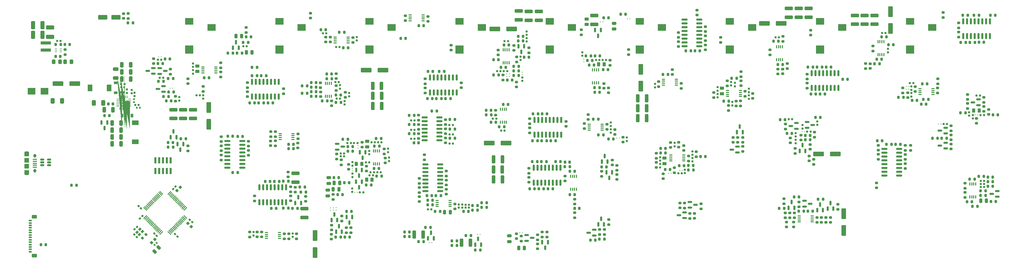
<source format=gtp>
G04 #@! TF.GenerationSoftware,KiCad,Pcbnew,(6.0.10)*
G04 #@! TF.CreationDate,2024-12-09T21:13:33+01:00*
G04 #@! TF.ProjectId,3_12_2024_MainBoardMCUwInstruments,335f3132-5f32-4303-9234-5f4d61696e42,rev?*
G04 #@! TF.SameCoordinates,Original*
G04 #@! TF.FileFunction,Paste,Top*
G04 #@! TF.FilePolarity,Positive*
%FSLAX46Y46*%
G04 Gerber Fmt 4.6, Leading zero omitted, Abs format (unit mm)*
G04 Created by KiCad (PCBNEW (6.0.10)) date 2024-12-09 21:13:33*
%MOMM*%
%LPD*%
G01*
G04 APERTURE LIST*
G04 Aperture macros list*
%AMRoundRect*
0 Rectangle with rounded corners*
0 $1 Rounding radius*
0 $2 $3 $4 $5 $6 $7 $8 $9 X,Y pos of 4 corners*
0 Add a 4 corners polygon primitive as box body*
4,1,4,$2,$3,$4,$5,$6,$7,$8,$9,$2,$3,0*
0 Add four circle primitives for the rounded corners*
1,1,$1+$1,$2,$3*
1,1,$1+$1,$4,$5*
1,1,$1+$1,$6,$7*
1,1,$1+$1,$8,$9*
0 Add four rect primitives between the rounded corners*
20,1,$1+$1,$2,$3,$4,$5,0*
20,1,$1+$1,$4,$5,$6,$7,0*
20,1,$1+$1,$6,$7,$8,$9,0*
20,1,$1+$1,$8,$9,$2,$3,0*%
%AMRotRect*
0 Rectangle, with rotation*
0 The origin of the aperture is its center*
0 $1 length*
0 $2 width*
0 $3 Rotation angle, in degrees counterclockwise*
0 Add horizontal line*
21,1,$1,$2,0,0,$3*%
%AMFreePoly0*
4,1,57,0.194009,0.449029,0.214144,0.449029,0.231583,0.438961,0.251037,0.433748,0.265277,0.419508,0.282717,0.409439,0.409439,0.282717,0.419508,0.265277,0.433748,0.251037,0.438960,0.231585,0.449030,0.214144,0.449030,0.194005,0.454242,0.174554,0.454242,-0.174554,0.449030,-0.194005,0.449030,-0.214144,0.438960,-0.231585,0.433748,-0.251037,0.419508,-0.265277,0.409439,-0.282717,
0.282717,-0.409439,0.265277,-0.419508,0.251037,-0.433748,0.231583,-0.438961,0.214144,-0.449029,0.194009,-0.449029,0.174554,-0.454242,-0.174554,-0.454242,-0.194005,-0.449030,-0.214144,-0.449030,-0.231585,-0.438960,-0.251037,-0.433748,-0.265277,-0.419508,-0.282717,-0.409439,-0.409439,-0.282717,-0.419508,-0.265277,-0.433748,-0.251037,-0.438961,-0.231583,-0.449029,-0.214144,-0.449029,-0.194009,
-0.454242,-0.174554,-0.454242,0.174554,-0.449029,0.194009,-0.449029,0.214144,-0.438961,0.231583,-0.433748,0.251037,-0.419508,0.265277,-0.409439,0.282717,-0.282717,0.409439,-0.265277,0.419508,-0.251037,0.433748,-0.231585,0.438960,-0.214144,0.449030,-0.194005,0.449030,-0.174554,0.454242,0.174554,0.454242,0.194009,0.449029,0.194009,0.449029,$1*%
G04 Aperture macros list end*
%ADD10RoundRect,0.250000X-0.325000X-1.100000X0.325000X-1.100000X0.325000X1.100000X-0.325000X1.100000X0*%
%ADD11R,0.250000X0.360000*%
%ADD12RoundRect,0.250000X-0.262500X-0.450000X0.262500X-0.450000X0.262500X0.450000X-0.262500X0.450000X0*%
%ADD13RoundRect,0.200000X-0.275000X0.200000X-0.275000X-0.200000X0.275000X-0.200000X0.275000X0.200000X0*%
%ADD14RoundRect,0.250000X-0.325000X-0.650000X0.325000X-0.650000X0.325000X0.650000X-0.325000X0.650000X0*%
%ADD15R,0.360000X0.250000*%
%ADD16RoundRect,0.135000X-0.135000X-0.185000X0.135000X-0.185000X0.135000X0.185000X-0.135000X0.185000X0*%
%ADD17RoundRect,0.225000X-0.250000X0.225000X-0.250000X-0.225000X0.250000X-0.225000X0.250000X0.225000X0*%
%ADD18RoundRect,0.200000X0.275000X-0.200000X0.275000X0.200000X-0.275000X0.200000X-0.275000X-0.200000X0*%
%ADD19RoundRect,0.250000X-0.250000X-0.475000X0.250000X-0.475000X0.250000X0.475000X-0.250000X0.475000X0*%
%ADD20RoundRect,0.200000X-0.200000X-0.275000X0.200000X-0.275000X0.200000X0.275000X-0.200000X0.275000X0*%
%ADD21RoundRect,0.225000X-0.225000X-0.250000X0.225000X-0.250000X0.225000X0.250000X-0.225000X0.250000X0*%
%ADD22RoundRect,0.155000X0.212500X0.155000X-0.212500X0.155000X-0.212500X-0.155000X0.212500X-0.155000X0*%
%ADD23RoundRect,0.155000X0.155000X-0.212500X0.155000X0.212500X-0.155000X0.212500X-0.155000X-0.212500X0*%
%ADD24RoundRect,0.250000X1.100000X-0.325000X1.100000X0.325000X-1.100000X0.325000X-1.100000X-0.325000X0*%
%ADD25RoundRect,0.150000X0.587500X0.150000X-0.587500X0.150000X-0.587500X-0.150000X0.587500X-0.150000X0*%
%ADD26RoundRect,0.155000X-0.155000X0.212500X-0.155000X-0.212500X0.155000X-0.212500X0.155000X0.212500X0*%
%ADD27RoundRect,0.155000X-0.212500X-0.155000X0.212500X-0.155000X0.212500X0.155000X-0.212500X0.155000X0*%
%ADD28RoundRect,0.200000X0.200000X0.275000X-0.200000X0.275000X-0.200000X-0.275000X0.200000X-0.275000X0*%
%ADD29RoundRect,0.225000X0.250000X-0.225000X0.250000X0.225000X-0.250000X0.225000X-0.250000X-0.225000X0*%
%ADD30RoundRect,0.250000X1.100000X-0.412500X1.100000X0.412500X-1.100000X0.412500X-1.100000X-0.412500X0*%
%ADD31RoundRect,0.150000X-0.825000X-0.150000X0.825000X-0.150000X0.825000X0.150000X-0.825000X0.150000X0*%
%ADD32RoundRect,0.150000X0.825000X0.150000X-0.825000X0.150000X-0.825000X-0.150000X0.825000X-0.150000X0*%
%ADD33R,2.800000X2.200000*%
%ADD34R,2.800000X2.800000*%
%ADD35R,1.100000X0.400000*%
%ADD36RoundRect,0.250000X-0.550000X1.500000X-0.550000X-1.500000X0.550000X-1.500000X0.550000X1.500000X0*%
%ADD37RoundRect,0.155000X0.259862X-0.040659X-0.040659X0.259862X-0.259862X0.040659X0.040659X-0.259862X0*%
%ADD38RoundRect,0.150000X-0.150000X0.587500X-0.150000X-0.587500X0.150000X-0.587500X0.150000X0.587500X0*%
%ADD39RoundRect,0.250000X-0.475000X0.250000X-0.475000X-0.250000X0.475000X-0.250000X0.475000X0.250000X0*%
%ADD40RoundRect,0.250000X0.262500X0.450000X-0.262500X0.450000X-0.262500X-0.450000X0.262500X-0.450000X0*%
%ADD41R,0.400000X1.100000*%
%ADD42RoundRect,0.125000X-0.425000X0.125000X-0.425000X-0.125000X0.425000X-0.125000X0.425000X0.125000X0*%
%ADD43RoundRect,0.250000X-0.600000X0.350000X-0.600000X-0.350000X0.600000X-0.350000X0.600000X0.350000X0*%
%ADD44RoundRect,0.250000X1.500000X0.550000X-1.500000X0.550000X-1.500000X-0.550000X1.500000X-0.550000X0*%
%ADD45RoundRect,0.250000X0.325000X0.650000X-0.325000X0.650000X-0.325000X-0.650000X0.325000X-0.650000X0*%
%ADD46RoundRect,0.150000X-0.587500X-0.150000X0.587500X-0.150000X0.587500X0.150000X-0.587500X0.150000X0*%
%ADD47RoundRect,0.150000X-0.150000X0.825000X-0.150000X-0.825000X0.150000X-0.825000X0.150000X0.825000X0*%
%ADD48RoundRect,0.250000X0.412500X1.100000X-0.412500X1.100000X-0.412500X-1.100000X0.412500X-1.100000X0*%
%ADD49RoundRect,0.150000X0.150000X-0.587500X0.150000X0.587500X-0.150000X0.587500X-0.150000X-0.587500X0*%
%ADD50RoundRect,0.250000X0.250000X0.475000X-0.250000X0.475000X-0.250000X-0.475000X0.250000X-0.475000X0*%
%ADD51RoundRect,0.225000X-0.017678X0.335876X-0.335876X0.017678X0.017678X-0.335876X0.335876X-0.017678X0*%
%ADD52RoundRect,0.250000X0.325000X1.100000X-0.325000X1.100000X-0.325000X-1.100000X0.325000X-1.100000X0*%
%ADD53RoundRect,0.250000X-0.337500X-0.475000X0.337500X-0.475000X0.337500X0.475000X-0.337500X0.475000X0*%
%ADD54RoundRect,0.250000X-1.100000X0.325000X-1.100000X-0.325000X1.100000X-0.325000X1.100000X0.325000X0*%
%ADD55R,1.200000X0.900000*%
%ADD56RoundRect,0.250000X-0.412500X-0.650000X0.412500X-0.650000X0.412500X0.650000X-0.412500X0.650000X0*%
%ADD57R,0.711200X0.228600*%
%ADD58RoundRect,0.150000X-0.512500X-0.150000X0.512500X-0.150000X0.512500X0.150000X-0.512500X0.150000X0*%
%ADD59R,1.500000X2.200000*%
%ADD60RoundRect,0.155000X-0.259862X0.040659X0.040659X-0.259862X0.259862X-0.040659X-0.040659X0.259862X0*%
%ADD61R,2.200000X1.500000*%
%ADD62RoundRect,0.135000X0.135000X0.185000X-0.135000X0.185000X-0.135000X-0.185000X0.135000X-0.185000X0*%
%ADD63R,3.400000X0.980000*%
%ADD64RoundRect,0.250000X0.475000X-0.250000X0.475000X0.250000X-0.475000X0.250000X-0.475000X-0.250000X0*%
%ADD65RoundRect,0.155000X-0.040659X-0.259862X0.259862X0.040659X0.040659X0.259862X-0.259862X-0.040659X0*%
%ADD66RoundRect,0.225000X0.225000X0.250000X-0.225000X0.250000X-0.225000X-0.250000X0.225000X-0.250000X0*%
%ADD67RoundRect,0.250000X0.550000X-1.500000X0.550000X1.500000X-0.550000X1.500000X-0.550000X-1.500000X0*%
%ADD68RoundRect,0.250000X-0.650000X0.325000X-0.650000X-0.325000X0.650000X-0.325000X0.650000X0.325000X0*%
%ADD69RoundRect,0.135000X-0.185000X0.135000X-0.185000X-0.135000X0.185000X-0.135000X0.185000X0.135000X0*%
%ADD70RoundRect,0.225000X-0.335876X-0.017678X-0.017678X-0.335876X0.335876X0.017678X0.017678X0.335876X0*%
%ADD71RoundRect,0.155000X0.040659X0.259862X-0.259862X-0.040659X-0.040659X-0.259862X0.259862X0.040659X0*%
%ADD72RoundRect,0.250000X-1.500000X-0.550000X1.500000X-0.550000X1.500000X0.550000X-1.500000X0.550000X0*%
%ADD73R,0.750000X2.100000*%
%ADD74RoundRect,0.250000X-0.450000X0.262500X-0.450000X-0.262500X0.450000X-0.262500X0.450000X0.262500X0*%
%ADD75RoundRect,0.150000X0.150000X-0.825000X0.150000X0.825000X-0.150000X0.825000X-0.150000X-0.825000X0*%
%ADD76R,0.900000X1.200000*%
%ADD77RoundRect,0.250000X0.450000X-0.262500X0.450000X0.262500X-0.450000X0.262500X-0.450000X-0.262500X0*%
%ADD78RoundRect,0.250000X-0.159099X0.512652X-0.512652X0.159099X0.159099X-0.512652X0.512652X-0.159099X0*%
%ADD79R,2.500000X2.300000*%
%ADD80RoundRect,0.250000X0.337500X0.475000X-0.337500X0.475000X-0.337500X-0.475000X0.337500X-0.475000X0*%
%ADD81RoundRect,0.200000X0.053033X-0.335876X0.335876X-0.053033X-0.053033X0.335876X-0.335876X0.053033X0*%
%ADD82O,0.950000X1.250000*%
%ADD83O,1.550000X0.890000*%
%ADD84R,1.350000X0.400000*%
%ADD85R,1.550000X1.500000*%
%ADD86R,1.550000X1.200000*%
%ADD87RoundRect,0.147500X0.017678X-0.226274X0.226274X-0.017678X-0.017678X0.226274X-0.226274X0.017678X0*%
%ADD88RoundRect,0.250000X1.250000X0.550000X-1.250000X0.550000X-1.250000X-0.550000X1.250000X-0.550000X0*%
%ADD89RoundRect,0.225000X0.017678X-0.335876X0.335876X-0.017678X-0.017678X0.335876X-0.335876X0.017678X0*%
%ADD90FreePoly0,0.000000*%
%ADD91RoundRect,0.062500X-0.325000X-0.062500X0.325000X-0.062500X0.325000X0.062500X-0.325000X0.062500X0*%
%ADD92RoundRect,0.062500X-0.062500X-0.325000X0.062500X-0.325000X0.062500X0.325000X-0.062500X0.325000X0*%
%ADD93RoundRect,0.075000X-0.441942X-0.548008X0.548008X0.441942X0.441942X0.548008X-0.548008X-0.441942X0*%
%ADD94RoundRect,0.075000X0.441942X-0.548008X0.548008X-0.441942X-0.441942X0.548008X-0.548008X0.441942X0*%
%ADD95RotRect,0.900000X0.800000X225.000000*%
G04 APERTURE END LIST*
D10*
X193450000Y-206775000D03*
X196400000Y-206775000D03*
D11*
X208520000Y-151365000D03*
X208520000Y-150525000D03*
D12*
X158451119Y-180511119D03*
X160276119Y-180511119D03*
D13*
X273200000Y-193812500D03*
X273200000Y-195462500D03*
D14*
X77150000Y-171500000D03*
X80100000Y-171500000D03*
D15*
X307682500Y-169730000D03*
X306842500Y-169730000D03*
D16*
X85322500Y-161800000D03*
X86342500Y-161800000D03*
D11*
X209490000Y-150492500D03*
X209490000Y-151332500D03*
D17*
X300415000Y-148887500D03*
X300415000Y-150437500D03*
D18*
X282356250Y-162712500D03*
X282356250Y-161062500D03*
D19*
X366349500Y-192770500D03*
X368249500Y-192770500D03*
D13*
X243644000Y-179206250D03*
X243644000Y-180856250D03*
D20*
X220065000Y-179766231D03*
X221715000Y-179766231D03*
D21*
X227895000Y-179885000D03*
X229445000Y-179885000D03*
D18*
X122935392Y-204857500D03*
X122935392Y-203207500D03*
D22*
X367482000Y-186180500D03*
X366347000Y-186180500D03*
D23*
X259577500Y-181662500D03*
X259577500Y-180527500D03*
D24*
X100775000Y-165375000D03*
X100775000Y-162425000D03*
D25*
X94222500Y-156460000D03*
X94222500Y-154560000D03*
X92347500Y-155510000D03*
D13*
X174790000Y-131105000D03*
X174790000Y-132755000D03*
D26*
X289136250Y-155470000D03*
X289136250Y-156605000D03*
D27*
X155456119Y-173531119D03*
X156591119Y-173531119D03*
D28*
X213985000Y-138002500D03*
X212335000Y-138002500D03*
D29*
X146520000Y-158068750D03*
X146520000Y-156518750D03*
D13*
X341229000Y-180374000D03*
X341229000Y-182024000D03*
D28*
X183925000Y-149700000D03*
X182275000Y-149700000D03*
D20*
X268985000Y-180990000D03*
X270635000Y-180990000D03*
X121712500Y-138150000D03*
X123362500Y-138150000D03*
D18*
X367400000Y-163002500D03*
X367400000Y-161352500D03*
D27*
X120795000Y-141275000D03*
X121930000Y-141275000D03*
D13*
X153443619Y-179186119D03*
X153443619Y-180836119D03*
D11*
X158973619Y-175261119D03*
X158973619Y-174421119D03*
D20*
X366269500Y-189460500D03*
X367919500Y-189460500D03*
D18*
X155873619Y-182296119D03*
X155873619Y-180646119D03*
D21*
X75875000Y-160550000D03*
X77425000Y-160550000D03*
D13*
X113250000Y-149867500D03*
X113250000Y-151517500D03*
D20*
X237905000Y-144500000D03*
X239555000Y-144500000D03*
D18*
X318750000Y-195625000D03*
X318750000Y-193975000D03*
X113439500Y-176137750D03*
X113439500Y-174487750D03*
D30*
X56500000Y-138162500D03*
X56500000Y-135037500D03*
D10*
X204100000Y-182350000D03*
X207050000Y-182350000D03*
D31*
X267715000Y-132377500D03*
X267715000Y-133647500D03*
X267715000Y-134917500D03*
X267715000Y-136187500D03*
X267715000Y-137457500D03*
X267715000Y-138727500D03*
X267715000Y-139997500D03*
X267715000Y-141267500D03*
X272665000Y-141267500D03*
X272665000Y-139997500D03*
X272665000Y-138727500D03*
X272665000Y-137457500D03*
X272665000Y-136187500D03*
X272665000Y-134917500D03*
X272665000Y-133647500D03*
X272665000Y-132377500D03*
D26*
X213110000Y-144735000D03*
X213110000Y-145870000D03*
D28*
X201819608Y-194997370D03*
X200169608Y-194997370D03*
D25*
X267685000Y-198567500D03*
X267685000Y-196667500D03*
X265810000Y-197617500D03*
D20*
X359615000Y-163520000D03*
X361265000Y-163520000D03*
X115614500Y-171312750D03*
X117264500Y-171312750D03*
D13*
X151700000Y-154408750D03*
X151700000Y-156058750D03*
X181375000Y-152175000D03*
X181375000Y-153825000D03*
D18*
X136567500Y-192800000D03*
X136567500Y-191150000D03*
D23*
X311875000Y-167482500D03*
X311875000Y-166347500D03*
D32*
X120454500Y-181772750D03*
X120454500Y-180502750D03*
X120454500Y-179232750D03*
X120454500Y-177962750D03*
X120454500Y-176692750D03*
X120454500Y-175422750D03*
X120454500Y-174152750D03*
X120454500Y-172882750D03*
X115504500Y-172882750D03*
X115504500Y-174152750D03*
X115504500Y-175422750D03*
X115504500Y-176692750D03*
X115504500Y-177962750D03*
X115504500Y-179232750D03*
X115504500Y-180502750D03*
X115504500Y-181772750D03*
D11*
X234190000Y-146470000D03*
X234190000Y-145630000D03*
D33*
X350200000Y-135000000D03*
X342800000Y-133000000D03*
D34*
X342800000Y-142400000D03*
D35*
X305915000Y-197875000D03*
X305915000Y-198525000D03*
X305915000Y-199175000D03*
X305915000Y-199825000D03*
X310215000Y-199825000D03*
X310215000Y-199175000D03*
X310215000Y-198525000D03*
X310215000Y-197875000D03*
D26*
X104050000Y-147050000D03*
X104050000Y-148185000D03*
D28*
X138832500Y-195275000D03*
X137182500Y-195275000D03*
D18*
X122489500Y-174587750D03*
X122489500Y-172937750D03*
D23*
X152960000Y-155411250D03*
X152960000Y-154276250D03*
D28*
X94215000Y-153015000D03*
X92565000Y-153015000D03*
X201819608Y-193472370D03*
X200169608Y-193472370D03*
D36*
X253135000Y-148965000D03*
X253135000Y-154565000D03*
D20*
X298770000Y-147407500D03*
X300420000Y-147407500D03*
D27*
X194777108Y-195062370D03*
X195912108Y-195062370D03*
D20*
X268155000Y-142802500D03*
X269805000Y-142802500D03*
D18*
X242463750Y-200727500D03*
X242463750Y-199077500D03*
D13*
X220337500Y-203225000D03*
X220337500Y-204875000D03*
D22*
X166541119Y-183281119D03*
X165406119Y-183281119D03*
D18*
X129925000Y-171430000D03*
X129925000Y-169780000D03*
D15*
X96457500Y-155260000D03*
X97297500Y-155260000D03*
D20*
X189600000Y-171913489D03*
X191250000Y-171913489D03*
D37*
X91951283Y-204476283D03*
X91148717Y-203673717D03*
D38*
X160283619Y-182533619D03*
X158383619Y-182533619D03*
X159333619Y-184408619D03*
D20*
X364072500Y-130972500D03*
X365722500Y-130972500D03*
D18*
X98231250Y-159610000D03*
X98231250Y-157960000D03*
D13*
X157321250Y-138400000D03*
X157321250Y-140050000D03*
D35*
X346100000Y-155435000D03*
X346100000Y-156085000D03*
X346100000Y-156735000D03*
X346100000Y-157385000D03*
X350400000Y-157385000D03*
X350400000Y-156735000D03*
X350400000Y-156085000D03*
X350400000Y-155435000D03*
D15*
X182730000Y-206775000D03*
X183570000Y-206775000D03*
D20*
X280766250Y-159617500D03*
X282416250Y-159617500D03*
D27*
X298002500Y-138370000D03*
X299137500Y-138370000D03*
D20*
X190275000Y-207650000D03*
X191925000Y-207650000D03*
D37*
X85316271Y-204874216D03*
X84513705Y-204071650D03*
D39*
X149233619Y-185088619D03*
X149233619Y-186988619D03*
D13*
X233320000Y-135825000D03*
X233320000Y-137475000D03*
X134200000Y-155475000D03*
X134200000Y-157125000D03*
D18*
X150175000Y-161138750D03*
X150175000Y-159488750D03*
X298805000Y-150550000D03*
X298805000Y-148900000D03*
D28*
X142052500Y-154485000D03*
X140402500Y-154485000D03*
D20*
X240775000Y-131850000D03*
X242425000Y-131850000D03*
D26*
X104050000Y-149275000D03*
X104050000Y-150410000D03*
D40*
X163676119Y-185781119D03*
X161851119Y-185781119D03*
D28*
X362022500Y-130972500D03*
X360372500Y-130972500D03*
D23*
X158571250Y-139392500D03*
X158571250Y-138257500D03*
D18*
X316350000Y-200000000D03*
X316350000Y-198350000D03*
D41*
X207305000Y-146772500D03*
X207955000Y-146772500D03*
X208605000Y-146772500D03*
X209255000Y-146772500D03*
X209255000Y-142472500D03*
X208605000Y-142472500D03*
X207955000Y-142472500D03*
X207305000Y-142472500D03*
D28*
X363392000Y-193098000D03*
X361742000Y-193098000D03*
D18*
X352000000Y-156860000D03*
X352000000Y-155210000D03*
D20*
X174475000Y-203150000D03*
X176125000Y-203150000D03*
D27*
X58832500Y-139500000D03*
X59967500Y-139500000D03*
D18*
X138985000Y-172135000D03*
X138985000Y-170485000D03*
D13*
X240134000Y-182976250D03*
X240134000Y-184626250D03*
D18*
X188125000Y-167413489D03*
X188125000Y-165763489D03*
D28*
X220845000Y-188766231D03*
X219195000Y-188766231D03*
D11*
X157143619Y-181971119D03*
X157143619Y-182811119D03*
D18*
X356419500Y-175504750D03*
X356419500Y-173854750D03*
D20*
X350294500Y-171929750D03*
X351944500Y-171929750D03*
D28*
X218685000Y-179776231D03*
X217035000Y-179776231D03*
D18*
X342025000Y-158435000D03*
X342025000Y-156785000D03*
D28*
X300900000Y-195325000D03*
X299250000Y-195325000D03*
D27*
X153226119Y-176991119D03*
X154361119Y-176991119D03*
D28*
X153295000Y-159993750D03*
X151645000Y-159993750D03*
D18*
X138485392Y-205457500D03*
X138485392Y-203807500D03*
X107400000Y-156367500D03*
X107400000Y-154717500D03*
D20*
X155598619Y-176301119D03*
X157248619Y-176301119D03*
D18*
X179125000Y-172038489D03*
X179125000Y-170388489D03*
D28*
X183819608Y-192622370D03*
X182169608Y-192622370D03*
X63000000Y-140700000D03*
X61350000Y-140700000D03*
D27*
X308562500Y-169730000D03*
X309697500Y-169730000D03*
D22*
X94107500Y-151765000D03*
X92972500Y-151765000D03*
D13*
X271577500Y-176465000D03*
X271577500Y-178115000D03*
D28*
X65255000Y-187590000D03*
X63605000Y-187590000D03*
X101670625Y-172087500D03*
X100020625Y-172087500D03*
D42*
X49862500Y-199387500D03*
X49862500Y-200187500D03*
X49862500Y-200987500D03*
X49862500Y-201787500D03*
X49862500Y-202587500D03*
X49862500Y-203387500D03*
X49862500Y-204187500D03*
X49862500Y-204987500D03*
X49862500Y-205787500D03*
X49862500Y-206587500D03*
X49862500Y-207387500D03*
X49862500Y-208187500D03*
X49862500Y-208987500D03*
X49862500Y-209787500D03*
D43*
X51262500Y-211087500D03*
X51262500Y-198087500D03*
D31*
X181399608Y-180682370D03*
X181399608Y-181952370D03*
X181399608Y-183222370D03*
X181399608Y-184492370D03*
X181399608Y-185762370D03*
X181399608Y-187032370D03*
X181399608Y-188302370D03*
X181399608Y-189572370D03*
X186349608Y-189572370D03*
X186349608Y-188302370D03*
X186349608Y-187032370D03*
X186349608Y-185762370D03*
X186349608Y-184492370D03*
X186349608Y-183222370D03*
X186349608Y-181952370D03*
X186349608Y-180682370D03*
D20*
X235345000Y-146040000D03*
X236995000Y-146040000D03*
D44*
X64725000Y-153775000D03*
X59125000Y-153775000D03*
D25*
X285366250Y-176667500D03*
X285366250Y-174767500D03*
X283491250Y-175717500D03*
D20*
X207565000Y-140872500D03*
X209215000Y-140872500D03*
D45*
X83275000Y-147500000D03*
X80325000Y-147500000D03*
D14*
X77150000Y-166900000D03*
X80100000Y-166900000D03*
D28*
X186750000Y-158700000D03*
X185100000Y-158700000D03*
D27*
X240442500Y-145840000D03*
X241577500Y-145840000D03*
D46*
X269500000Y-193187500D03*
X269500000Y-195087500D03*
X271375000Y-194137500D03*
D27*
X105207500Y-157625000D03*
X106342500Y-157625000D03*
X159626119Y-190021119D03*
X160761119Y-190021119D03*
D19*
X121837500Y-143325000D03*
X123737500Y-143325000D03*
D47*
X191820000Y-151725000D03*
X190550000Y-151725000D03*
X189280000Y-151725000D03*
X188010000Y-151725000D03*
X186740000Y-151725000D03*
X185470000Y-151725000D03*
X184200000Y-151725000D03*
X182930000Y-151725000D03*
X182930000Y-156675000D03*
X184200000Y-156675000D03*
X185470000Y-156675000D03*
X186740000Y-156675000D03*
X188010000Y-156675000D03*
X189280000Y-156675000D03*
X190550000Y-156675000D03*
X191820000Y-156675000D03*
X369377500Y-133002500D03*
X368107500Y-133002500D03*
X366837500Y-133002500D03*
X365567500Y-133002500D03*
X364297500Y-133002500D03*
X363027500Y-133002500D03*
X361757500Y-133002500D03*
X360487500Y-133002500D03*
X360487500Y-137952500D03*
X361757500Y-137952500D03*
X363027500Y-137952500D03*
X364297500Y-137952500D03*
X365567500Y-137952500D03*
X366837500Y-137952500D03*
X368107500Y-137952500D03*
X369377500Y-137952500D03*
D13*
X205670000Y-142557500D03*
X205670000Y-144207500D03*
D28*
X180875000Y-134470000D03*
X179225000Y-134470000D03*
D27*
X206662500Y-169440000D03*
X207797500Y-169440000D03*
D13*
X301625000Y-199875000D03*
X301625000Y-201525000D03*
D48*
X53962500Y-134250000D03*
X50837500Y-134250000D03*
D20*
X210835000Y-149502500D03*
X212485000Y-149502500D03*
D18*
X242400000Y-156795000D03*
X242400000Y-155145000D03*
D35*
X151385000Y-138235000D03*
X151385000Y-138885000D03*
X151385000Y-139535000D03*
X151385000Y-140185000D03*
X155685000Y-140185000D03*
X155685000Y-139535000D03*
X155685000Y-138885000D03*
X155685000Y-138235000D03*
D20*
X128092500Y-186300000D03*
X129742500Y-186300000D03*
D11*
X149830000Y-195112500D03*
X149830000Y-195952500D03*
D18*
X361097000Y-191643000D03*
X361097000Y-189993000D03*
D28*
X272825000Y-142802500D03*
X271175000Y-142802500D03*
D22*
X190567500Y-167513489D03*
X189432500Y-167513489D03*
D18*
X305825000Y-194850000D03*
X305825000Y-193200000D03*
D49*
X239013750Y-200650000D03*
X240913750Y-200650000D03*
X239963750Y-198775000D03*
D28*
X217795000Y-188776231D03*
X216145000Y-188776231D03*
D20*
X311832500Y-148222500D03*
X313482500Y-148222500D03*
D36*
X320700400Y-197098000D03*
X320700400Y-202698000D03*
D13*
X301955000Y-147057500D03*
X301955000Y-148707500D03*
D20*
X366274500Y-190980500D03*
X367924500Y-190980500D03*
D23*
X259577500Y-179432500D03*
X259577500Y-178297500D03*
D20*
X181924608Y-191102370D03*
X183574608Y-191102370D03*
D41*
X229795000Y-188960000D03*
X230445000Y-188960000D03*
X231095000Y-188960000D03*
X231745000Y-188960000D03*
X231745000Y-184660000D03*
X231095000Y-184660000D03*
X230445000Y-184660000D03*
X229795000Y-184660000D03*
D23*
X284446250Y-154645000D03*
X284446250Y-153510000D03*
D28*
X313850000Y-192275000D03*
X312200000Y-192275000D03*
X310425000Y-196275000D03*
X308775000Y-196275000D03*
D50*
X214412500Y-208550000D03*
X212512500Y-208550000D03*
D35*
X128555392Y-203347500D03*
X128555392Y-203997500D03*
X128555392Y-204647500D03*
X128555392Y-205297500D03*
X132855392Y-205297500D03*
X132855392Y-204647500D03*
X132855392Y-203997500D03*
X132855392Y-203347500D03*
D18*
X143150000Y-131925000D03*
X143150000Y-130275000D03*
D28*
X165978619Y-182031119D03*
X164328619Y-182031119D03*
D23*
X363700000Y-165370000D03*
X363700000Y-164235000D03*
D20*
X155177892Y-196362630D03*
X156827892Y-196362630D03*
D28*
X307400000Y-196275000D03*
X305750000Y-196275000D03*
D41*
X334055000Y-139755000D03*
X333405000Y-139755000D03*
X332755000Y-139755000D03*
X332105000Y-139755000D03*
X332105000Y-144055000D03*
X332755000Y-144055000D03*
X333405000Y-144055000D03*
X334055000Y-144055000D03*
D13*
X267707500Y-193542500D03*
X267707500Y-195192500D03*
D23*
X343275000Y-158052500D03*
X343275000Y-156917500D03*
D38*
X160263619Y-186453619D03*
X158363619Y-186453619D03*
X159313619Y-188328619D03*
D18*
X304075000Y-201525000D03*
X304075000Y-199875000D03*
D23*
X335450000Y-143317500D03*
X335450000Y-142182500D03*
D18*
X361925000Y-162027500D03*
X361925000Y-160377500D03*
D20*
X369535000Y-130970000D03*
X371185000Y-130970000D03*
D18*
X215860000Y-143467500D03*
X215860000Y-141817500D03*
D20*
X139972500Y-189865000D03*
X141622500Y-189865000D03*
X139632500Y-188235000D03*
X141282500Y-188235000D03*
D33*
X260200000Y-135000000D03*
X252800000Y-133000000D03*
D34*
X252800000Y-142400000D03*
D51*
X91373008Y-205651992D03*
X90276992Y-206748008D03*
D18*
X269037500Y-179535000D03*
X269037500Y-177885000D03*
D20*
X331715000Y-145640000D03*
X333365000Y-145640000D03*
D18*
X341229000Y-175994000D03*
X341229000Y-174344000D03*
D46*
X307677500Y-192800000D03*
X307677500Y-194700000D03*
X309552500Y-193750000D03*
D20*
X265935000Y-181130000D03*
X267585000Y-181130000D03*
D18*
X154780000Y-158288750D03*
X154780000Y-156638750D03*
D13*
X141557500Y-191300000D03*
X141557500Y-192950000D03*
D20*
X259752500Y-175350000D03*
X261402500Y-175350000D03*
D18*
X302775000Y-198475000D03*
X302775000Y-196825000D03*
D52*
X166850000Y-161225000D03*
X163900000Y-161225000D03*
D18*
X134455392Y-205437500D03*
X134455392Y-203787500D03*
D28*
X124550000Y-160150000D03*
X122900000Y-160150000D03*
D18*
X231140000Y-193880000D03*
X231140000Y-192230000D03*
X290416250Y-158662500D03*
X290416250Y-157012500D03*
X264340000Y-183425000D03*
X264340000Y-181775000D03*
D24*
X97525000Y-165375000D03*
X97525000Y-162425000D03*
D20*
X234875000Y-144500000D03*
X236525000Y-144500000D03*
D25*
X354632000Y-175354750D03*
X354632000Y-173454750D03*
X352757000Y-174404750D03*
D18*
X353780000Y-131705000D03*
X353780000Y-130055000D03*
D53*
X61500000Y-146450000D03*
X63575000Y-146450000D03*
D20*
X207345000Y-160690000D03*
X208995000Y-160690000D03*
D19*
X150723619Y-188968619D03*
X152623619Y-188968619D03*
D13*
X331675000Y-186850000D03*
X331675000Y-188500000D03*
D27*
X364932500Y-157752500D03*
X366067500Y-157752500D03*
D23*
X99481250Y-159402500D03*
X99481250Y-158267500D03*
X283186250Y-154375000D03*
X283186250Y-153240000D03*
D54*
X305750000Y-128700000D03*
X305750000Y-131650000D03*
D15*
X262380000Y-183600000D03*
X263220000Y-183600000D03*
D28*
X339636500Y-173954000D03*
X337986500Y-173954000D03*
D18*
X364947200Y-166991800D03*
X364947200Y-165341800D03*
D20*
X208700000Y-152552500D03*
X210350000Y-152552500D03*
D18*
X121787500Y-136687500D03*
X121787500Y-135037500D03*
D33*
X290200000Y-135000000D03*
X282800000Y-133000000D03*
D34*
X282800000Y-142400000D03*
D47*
X132620000Y-153150000D03*
X131350000Y-153150000D03*
X130080000Y-153150000D03*
X128810000Y-153150000D03*
X127540000Y-153150000D03*
X126270000Y-153150000D03*
X125000000Y-153150000D03*
X123730000Y-153150000D03*
X123730000Y-158100000D03*
X125000000Y-158100000D03*
X126270000Y-158100000D03*
X127540000Y-158100000D03*
X128810000Y-158100000D03*
X130080000Y-158100000D03*
X131350000Y-158100000D03*
X132620000Y-158100000D03*
D17*
X129915000Y-172880000D03*
X129915000Y-174430000D03*
D28*
X157258619Y-174781119D03*
X155608619Y-174781119D03*
X145062500Y-153415000D03*
X143412500Y-153415000D03*
D18*
X160318750Y-174936119D03*
X160318750Y-173286119D03*
D26*
X264412500Y-173512500D03*
X264412500Y-174647500D03*
D18*
X249090000Y-144075000D03*
X249090000Y-142425000D03*
D28*
X333526500Y-172774000D03*
X331876500Y-172774000D03*
D55*
X78300000Y-153500000D03*
X78300000Y-156800000D03*
D18*
X150190000Y-202545000D03*
X150190000Y-200895000D03*
X279720000Y-139995000D03*
X279720000Y-138345000D03*
D28*
X310462500Y-148202500D03*
X308812500Y-148202500D03*
D13*
X191234608Y-193867370D03*
X191234608Y-195517370D03*
D41*
X148125000Y-157973750D03*
X148775000Y-157973750D03*
X149425000Y-157973750D03*
X150075000Y-157973750D03*
X150075000Y-153673750D03*
X149425000Y-153673750D03*
X148775000Y-153673750D03*
X148125000Y-153673750D03*
D20*
X58375000Y-140700000D03*
X60025000Y-140700000D03*
D56*
X71037500Y-160200000D03*
X74162500Y-160200000D03*
D38*
X239850000Y-135912500D03*
X237950000Y-135912500D03*
X238900000Y-137787500D03*
D28*
X84065000Y-133520000D03*
X82415000Y-133520000D03*
D20*
X120762500Y-140000000D03*
X122412500Y-140000000D03*
D44*
X167325000Y-149275000D03*
X161725000Y-149275000D03*
D57*
X58389837Y-142155474D03*
X58389837Y-142655600D03*
X58389837Y-143155726D03*
X59990037Y-143155726D03*
X59990037Y-142655600D03*
X59990037Y-142155474D03*
D54*
X309025000Y-128700000D03*
X309025000Y-131650000D03*
D20*
X338925000Y-158285000D03*
X340575000Y-158285000D03*
X201697500Y-164185000D03*
X203347500Y-164185000D03*
X153948619Y-172281119D03*
X155598619Y-172281119D03*
D41*
X164128619Y-180471119D03*
X164778619Y-180471119D03*
X165428619Y-180471119D03*
X166078619Y-180471119D03*
X166078619Y-176171119D03*
X165428619Y-176171119D03*
X164778619Y-176171119D03*
X164128619Y-176171119D03*
D20*
X134142500Y-186275000D03*
X135792500Y-186275000D03*
D22*
X190592500Y-170638489D03*
X189457500Y-170638489D03*
D25*
X304995000Y-168807500D03*
X304995000Y-166907500D03*
X303120000Y-167857500D03*
D28*
X238008750Y-205922500D03*
X236358750Y-205922500D03*
D47*
X226365000Y-181791231D03*
X225095000Y-181791231D03*
X223825000Y-181791231D03*
X222555000Y-181791231D03*
X221285000Y-181791231D03*
X220015000Y-181791231D03*
X218745000Y-181791231D03*
X217475000Y-181791231D03*
X217475000Y-186741231D03*
X218745000Y-186741231D03*
X220015000Y-186741231D03*
X221285000Y-186741231D03*
X222555000Y-186741231D03*
X223825000Y-186741231D03*
X225095000Y-186741231D03*
X226365000Y-186741231D03*
D26*
X157113619Y-183731119D03*
X157113619Y-184866119D03*
D20*
X118712500Y-143600000D03*
X120362500Y-143600000D03*
D27*
X176682500Y-169138489D03*
X177817500Y-169138489D03*
D13*
X258297500Y-176955000D03*
X258297500Y-178605000D03*
X301315000Y-167240000D03*
X301315000Y-168890000D03*
D18*
X188150000Y-170463489D03*
X188150000Y-168813489D03*
D58*
X53847500Y-179050000D03*
X53847500Y-180000000D03*
X53847500Y-180950000D03*
X56122500Y-180950000D03*
X56122500Y-180000000D03*
X56122500Y-179050000D03*
D13*
X218787500Y-204125000D03*
X218787500Y-205775000D03*
D59*
X69750000Y-155150000D03*
X76150000Y-155150000D03*
D60*
X102969192Y-199121903D03*
X103771758Y-199924469D03*
D18*
X344525000Y-156410000D03*
X344525000Y-154760000D03*
D20*
X353319500Y-171929750D03*
X354969500Y-171929750D03*
D61*
X84875000Y-166775000D03*
X84875000Y-173175000D03*
D28*
X180825000Y-206400000D03*
X179175000Y-206400000D03*
D54*
X324432299Y-131012299D03*
X324432299Y-133962299D03*
D13*
X361087000Y-186963000D03*
X361087000Y-188613000D03*
D20*
X347225000Y-159010000D03*
X348875000Y-159010000D03*
D44*
X210160000Y-135512500D03*
X204560000Y-135512500D03*
D28*
X166843619Y-184551119D03*
X165193619Y-184551119D03*
X221813000Y-172777000D03*
X220163000Y-172777000D03*
D20*
X173185000Y-138680000D03*
X174835000Y-138680000D03*
D28*
X95922600Y-158038800D03*
X94272600Y-158038800D03*
D26*
X156047500Y-156865000D03*
X156047500Y-158000000D03*
D17*
X329500000Y-147115000D03*
X329500000Y-148665000D03*
D60*
X98073717Y-203898717D03*
X98876283Y-204701283D03*
D28*
X127575000Y-160150000D03*
X125925000Y-160150000D03*
D20*
X174475000Y-204675000D03*
X176125000Y-204675000D03*
D38*
X75500000Y-166712500D03*
X73600000Y-166712500D03*
X74550000Y-168587500D03*
D18*
X245174000Y-185666250D03*
X245174000Y-184016250D03*
X287116250Y-176322500D03*
X287116250Y-174672500D03*
D20*
X53387500Y-207462500D03*
X55037500Y-207462500D03*
D17*
X314825000Y-198400000D03*
X314825000Y-199950000D03*
D62*
X81110000Y-156600000D03*
X80090000Y-156600000D03*
D21*
X307957500Y-170977500D03*
X309507500Y-170977500D03*
D22*
X164621119Y-173331119D03*
X163486119Y-173331119D03*
D49*
X198050000Y-207387500D03*
X199950000Y-207387500D03*
X199000000Y-205512500D03*
D28*
X345112500Y-159372500D03*
X343462500Y-159372500D03*
D18*
X167703619Y-177156119D03*
X167703619Y-175506119D03*
D63*
X55025000Y-142535000D03*
X55025000Y-140165000D03*
D28*
X185225000Y-162863489D03*
X183575000Y-162863489D03*
D64*
X148923619Y-191158619D03*
X148923619Y-189258619D03*
D41*
X208395000Y-162280000D03*
X207745000Y-162280000D03*
X207095000Y-162280000D03*
X206445000Y-162280000D03*
X206445000Y-166580000D03*
X207095000Y-166580000D03*
X207745000Y-166580000D03*
X208395000Y-166580000D03*
D26*
X84600000Y-156782500D03*
X84600000Y-157917500D03*
D13*
X304300000Y-196825000D03*
X304300000Y-198475000D03*
D15*
X245190000Y-171905000D03*
X246030000Y-171905000D03*
D22*
X153007500Y-158763750D03*
X151872500Y-158763750D03*
D25*
X354632000Y-170379750D03*
X354632000Y-168479750D03*
X352757000Y-169429750D03*
D49*
X182325000Y-205287500D03*
X184225000Y-205287500D03*
X183275000Y-203412500D03*
D20*
X181475000Y-201650000D03*
X183125000Y-201650000D03*
D13*
X285406250Y-171655000D03*
X285406250Y-173305000D03*
D52*
X166850000Y-157825000D03*
X163900000Y-157825000D03*
D28*
X212485000Y-151032500D03*
X210835000Y-151032500D03*
D20*
X283381250Y-151927500D03*
X285031250Y-151927500D03*
D52*
X166825000Y-154500000D03*
X163875000Y-154500000D03*
D50*
X152943619Y-186858619D03*
X151043619Y-186858619D03*
D20*
X161738619Y-187541119D03*
X163388619Y-187541119D03*
D13*
X102400000Y-152117500D03*
X102400000Y-153767500D03*
X193350000Y-153475000D03*
X193350000Y-155125000D03*
D15*
X212892500Y-203425000D03*
X213732500Y-203425000D03*
D41*
X300315000Y-141502500D03*
X299665000Y-141502500D03*
X299015000Y-141502500D03*
X298365000Y-141502500D03*
X298365000Y-145802500D03*
X299015000Y-145802500D03*
X299665000Y-145802500D03*
X300315000Y-145802500D03*
D56*
X57337500Y-159475000D03*
X60462500Y-159475000D03*
D18*
X260600000Y-185445000D03*
X260600000Y-183795000D03*
X138127500Y-189900000D03*
X138127500Y-188250000D03*
D24*
X104025000Y-165375000D03*
X104025000Y-162425000D03*
D20*
X184669608Y-196302370D03*
X186319608Y-196302370D03*
D28*
X231165000Y-190715000D03*
X229515000Y-190715000D03*
D15*
X364527200Y-164185600D03*
X365367200Y-164185600D03*
X266122500Y-182670000D03*
X266962500Y-182670000D03*
D28*
X311432500Y-157192500D03*
X309782500Y-157192500D03*
D20*
X148575000Y-150563750D03*
X150225000Y-150563750D03*
D65*
X97418403Y-188858247D03*
X98220969Y-188055681D03*
D18*
X258310000Y-181652500D03*
X258310000Y-180002500D03*
D32*
X339214000Y-184404000D03*
X339214000Y-183134000D03*
X339214000Y-181864000D03*
X339214000Y-180594000D03*
X339214000Y-179324000D03*
X339214000Y-178054000D03*
X339214000Y-176784000D03*
X339214000Y-175514000D03*
X334264000Y-175514000D03*
X334264000Y-176784000D03*
X334264000Y-178054000D03*
X334264000Y-179324000D03*
X334264000Y-180594000D03*
X334264000Y-181864000D03*
X334264000Y-183134000D03*
X334264000Y-184404000D03*
D20*
X368699500Y-187940500D03*
X370349500Y-187940500D03*
D33*
X110200000Y-135000000D03*
X102800000Y-133000000D03*
D34*
X102800000Y-142400000D03*
D27*
X151727500Y-141530000D03*
X152862500Y-141530000D03*
D46*
X308492500Y-166555000D03*
X308492500Y-168455000D03*
X310367500Y-167505000D03*
D23*
X243190000Y-170122500D03*
X243190000Y-168987500D03*
D28*
X231145000Y-182925000D03*
X229495000Y-182925000D03*
D22*
X367472000Y-187180500D03*
X366337000Y-187180500D03*
D28*
X223885000Y-188766231D03*
X222235000Y-188766231D03*
D24*
X219175000Y-132675000D03*
X219175000Y-129725000D03*
D18*
X308487500Y-155237500D03*
X308487500Y-153587500D03*
D35*
X189644608Y-194657370D03*
X189644608Y-194007370D03*
X189644608Y-193357370D03*
X189644608Y-192707370D03*
X185344608Y-192707370D03*
X185344608Y-193357370D03*
X185344608Y-194007370D03*
X185344608Y-194657370D03*
D28*
X207655000Y-168170000D03*
X206005000Y-168170000D03*
D38*
X100795625Y-173875000D03*
X98895625Y-173875000D03*
X99845625Y-175750000D03*
D29*
X240860000Y-155305000D03*
X240860000Y-153755000D03*
D28*
X120604500Y-171327750D03*
X118954500Y-171327750D03*
D38*
X243624000Y-183293750D03*
X241724000Y-183293750D03*
X242674000Y-185168750D03*
D18*
X269457500Y-198672500D03*
X269457500Y-197022500D03*
D16*
X80090000Y-154900000D03*
X81110000Y-154900000D03*
D21*
X231125000Y-195335000D03*
X232675000Y-195335000D03*
D20*
X152750000Y-136630000D03*
X154400000Y-136630000D03*
D66*
X59875000Y-144650000D03*
X58325000Y-144650000D03*
D28*
X312945000Y-164975000D03*
X311295000Y-164975000D03*
D18*
X153620000Y-199525000D03*
X153620000Y-197875000D03*
D23*
X278731250Y-156100000D03*
X278731250Y-154965000D03*
D22*
X152607500Y-153243750D03*
X151472500Y-153243750D03*
D15*
X239690000Y-133170000D03*
X240530000Y-133170000D03*
D18*
X161833619Y-182886119D03*
X161833619Y-181236119D03*
D28*
X153838619Y-190748619D03*
X152188619Y-190748619D03*
X148740000Y-159543750D03*
X147090000Y-159543750D03*
D35*
X235980000Y-167250000D03*
X235980000Y-167900000D03*
X235980000Y-168550000D03*
X235980000Y-169200000D03*
X240280000Y-169200000D03*
X240280000Y-168550000D03*
X240280000Y-167900000D03*
X240280000Y-167250000D03*
D24*
X237700000Y-134025000D03*
X237700000Y-131075000D03*
D67*
X109300000Y-167300000D03*
X109300000Y-161700000D03*
D13*
X113250000Y-146817500D03*
X113250000Y-148467500D03*
D18*
X179125000Y-165913489D03*
X179125000Y-164263489D03*
D68*
X78300000Y-148925000D03*
X78300000Y-151875000D03*
D18*
X231140000Y-198440000D03*
X231140000Y-196790000D03*
X281936250Y-154502500D03*
X281936250Y-152852500D03*
D49*
X151700000Y-203087500D03*
X153600000Y-203087500D03*
X152650000Y-201212500D03*
D41*
X239055000Y-149152500D03*
X238405000Y-149152500D03*
X237755000Y-149152500D03*
X237105000Y-149152500D03*
X237105000Y-153452500D03*
X237755000Y-153452500D03*
X238405000Y-153452500D03*
X239055000Y-153452500D03*
D10*
X177700000Y-204025000D03*
X180650000Y-204025000D03*
D17*
X309532500Y-174062500D03*
X309532500Y-175612500D03*
D28*
X196575000Y-204375000D03*
X194925000Y-204375000D03*
X166665989Y-172064011D03*
X165015989Y-172064011D03*
D13*
X113429500Y-177552750D03*
X113429500Y-179202750D03*
X358947500Y-133547500D03*
X358947500Y-135197500D03*
D18*
X302977500Y-173475000D03*
X302977500Y-171825000D03*
D22*
X367417500Y-164202500D03*
X366282500Y-164202500D03*
D20*
X269005000Y-182510000D03*
X270655000Y-182510000D03*
D18*
X330480000Y-142880000D03*
X330480000Y-141230000D03*
X215940000Y-186611231D03*
X215940000Y-184961231D03*
D28*
X94010000Y-147040000D03*
X92360000Y-147040000D03*
D13*
X286496250Y-152802500D03*
X286496250Y-154452500D03*
D20*
X210835000Y-147982500D03*
X212485000Y-147982500D03*
D18*
X188150000Y-173513489D03*
X188150000Y-171863489D03*
D28*
X183819608Y-194152370D03*
X182169608Y-194152370D03*
D27*
X192547108Y-194082370D03*
X193682108Y-194082370D03*
D18*
X340400000Y-156835000D03*
X340400000Y-155185000D03*
X244500000Y-170720000D03*
X244500000Y-169070000D03*
D13*
X210880000Y-141027500D03*
X210880000Y-142677500D03*
D18*
X265675000Y-138352500D03*
X265675000Y-136702500D03*
D28*
X177700000Y-170388489D03*
X176050000Y-170388489D03*
X97391875Y-173362500D03*
X95741875Y-173362500D03*
D10*
X252140000Y-165225000D03*
X255090000Y-165225000D03*
D28*
X215925000Y-144942500D03*
X214275000Y-144942500D03*
D27*
X84832500Y-160850000D03*
X85967500Y-160850000D03*
D28*
X177675000Y-164288489D03*
X176025000Y-164288489D03*
X183750000Y-158700000D03*
X182100000Y-158700000D03*
D69*
X84450000Y-158890000D03*
X84450000Y-159910000D03*
D28*
X218738000Y-172777000D03*
X217088000Y-172777000D03*
D18*
X90910000Y-147090000D03*
X90910000Y-145440000D03*
D27*
X207532500Y-149612500D03*
X208667500Y-149612500D03*
D14*
X77150000Y-173800000D03*
X80100000Y-173800000D03*
D28*
X203325000Y-162635000D03*
X201675000Y-162635000D03*
D15*
X199652500Y-204025000D03*
X198812500Y-204025000D03*
D22*
X164321119Y-183281119D03*
X163186119Y-183281119D03*
D26*
X162763619Y-176153619D03*
X162763619Y-177288619D03*
D35*
X265005000Y-154222500D03*
X265005000Y-153572500D03*
X265005000Y-152922500D03*
X265005000Y-152272500D03*
X260705000Y-152272500D03*
X260705000Y-152922500D03*
X260705000Y-153572500D03*
X260705000Y-154222500D03*
D20*
X117289500Y-183337750D03*
X118939500Y-183337750D03*
D26*
X215150000Y-136365000D03*
X215150000Y-137500000D03*
D70*
X102362847Y-200283325D03*
X103458863Y-201379341D03*
D13*
X274690000Y-134747500D03*
X274690000Y-136397500D03*
D18*
X242880000Y-147615000D03*
X242880000Y-145965000D03*
D23*
X169353619Y-179538619D03*
X169353619Y-178403619D03*
D28*
X97415000Y-152085000D03*
X95765000Y-152085000D03*
D13*
X266595000Y-153692500D03*
X266595000Y-155342500D03*
D45*
X77425000Y-162500000D03*
X74475000Y-162500000D03*
D23*
X304682500Y-173600000D03*
X304682500Y-172465000D03*
D49*
X150200000Y-199197500D03*
X152100000Y-199197500D03*
X151150000Y-197322500D03*
D36*
X336255000Y-129755000D03*
X336255000Y-135355000D03*
D28*
X130675000Y-160150000D03*
X129025000Y-160150000D03*
X364287000Y-185578000D03*
X362637000Y-185578000D03*
D20*
X143422500Y-156465000D03*
X145072500Y-156465000D03*
D18*
X263072500Y-175005000D03*
X263072500Y-173355000D03*
D20*
X314862500Y-148212500D03*
X316512500Y-148212500D03*
D15*
X341547500Y-155610000D03*
X342387500Y-155610000D03*
D71*
X85422337Y-201490711D03*
X84619771Y-202293277D03*
D22*
X355124500Y-167204750D03*
X353989500Y-167204750D03*
D20*
X154393619Y-186788619D03*
X156043619Y-186788619D03*
D54*
X330932299Y-131012299D03*
X330932299Y-133962299D03*
D28*
X125375000Y-151150000D03*
X123725000Y-151150000D03*
D18*
X309740000Y-137605000D03*
X309740000Y-135955000D03*
D11*
X213720000Y-150800000D03*
X213720000Y-149960000D03*
D19*
X118337500Y-137900000D03*
X120237500Y-137900000D03*
D38*
X222237500Y-206562500D03*
X220337500Y-206562500D03*
X221287500Y-208437500D03*
D15*
X248690000Y-132120000D03*
X249530000Y-132120000D03*
D13*
X188374608Y-182902370D03*
X188374608Y-184552370D03*
D66*
X137465000Y-173950000D03*
X135915000Y-173950000D03*
D18*
X211870000Y-146527500D03*
X211870000Y-144877500D03*
D13*
X311005000Y-169930000D03*
X311005000Y-171580000D03*
D18*
X82500000Y-132065000D03*
X82500000Y-130415000D03*
X211762500Y-205425000D03*
X211762500Y-203775000D03*
D23*
X270297500Y-177467500D03*
X270297500Y-176332500D03*
D18*
X156660000Y-203415000D03*
X156660000Y-201765000D03*
X356419500Y-172479750D03*
X356419500Y-170829750D03*
D10*
X204150000Y-178950000D03*
X207100000Y-178950000D03*
D38*
X214320000Y-141295000D03*
X212420000Y-141295000D03*
X213370000Y-143170000D03*
D72*
X312362500Y-177187500D03*
X317962500Y-177187500D03*
D18*
X277471250Y-158387500D03*
X277471250Y-156737500D03*
X311800000Y-200000000D03*
X311800000Y-198350000D03*
D20*
X186050000Y-149700000D03*
X187700000Y-149700000D03*
D64*
X209362500Y-206375000D03*
X209362500Y-204475000D03*
D13*
X188374608Y-185902370D03*
X188374608Y-187552370D03*
D18*
X126955392Y-204837500D03*
X126955392Y-203187500D03*
D54*
X138177500Y-183650000D03*
X138177500Y-186600000D03*
D73*
X91510000Y-179275000D03*
X91510000Y-182875000D03*
X92780000Y-179275000D03*
X92780000Y-182875000D03*
X94050000Y-179275000D03*
X94050000Y-182875000D03*
X95320000Y-179275000D03*
X95320000Y-182875000D03*
X96590000Y-179275000D03*
X96590000Y-182875000D03*
D21*
X177600000Y-173513489D03*
X179150000Y-173513489D03*
D49*
X315350000Y-195437500D03*
X317250000Y-195437500D03*
X316300000Y-193562500D03*
D38*
X161483619Y-176633619D03*
X159583619Y-176633619D03*
X160533619Y-178508619D03*
D74*
X235080000Y-132197500D03*
X235080000Y-134022500D03*
D28*
X262895000Y-182360000D03*
X261245000Y-182360000D03*
D35*
X133055000Y-170385000D03*
X133055000Y-171035000D03*
X133055000Y-171685000D03*
X133055000Y-172335000D03*
X137355000Y-172335000D03*
X137355000Y-171685000D03*
X137355000Y-171035000D03*
X137355000Y-170385000D03*
D28*
X142052500Y-156955000D03*
X140402500Y-156955000D03*
D27*
X333487500Y-136880000D03*
X334622500Y-136880000D03*
D29*
X146510000Y-155058750D03*
X146510000Y-153508750D03*
D28*
X117337500Y-143600000D03*
X115687500Y-143600000D03*
D35*
X111650000Y-150167500D03*
X111650000Y-149517500D03*
X111650000Y-148867500D03*
X111650000Y-148217500D03*
X107350000Y-148217500D03*
X107350000Y-148867500D03*
X107350000Y-149517500D03*
X107350000Y-150167500D03*
D18*
X241870000Y-168960000D03*
X241870000Y-167310000D03*
D33*
X320200000Y-135000000D03*
X312800000Y-133000000D03*
D34*
X312800000Y-142400000D03*
D18*
X135690000Y-184847500D03*
X135690000Y-183197500D03*
D75*
X126147500Y-193250000D03*
X127417500Y-193250000D03*
X128687500Y-193250000D03*
X129957500Y-193250000D03*
X131227500Y-193250000D03*
X132497500Y-193250000D03*
X133767500Y-193250000D03*
X135037500Y-193250000D03*
X135037500Y-188300000D03*
X133767500Y-188300000D03*
X132497500Y-188300000D03*
X131227500Y-188300000D03*
X129957500Y-188300000D03*
X128687500Y-188300000D03*
X127417500Y-188300000D03*
X126147500Y-188300000D03*
D76*
X83700000Y-164400000D03*
X80400000Y-164400000D03*
D77*
X261055000Y-180392500D03*
X261055000Y-178567500D03*
D18*
X271895000Y-130892500D03*
X271895000Y-129242500D03*
D28*
X76225000Y-164400000D03*
X74575000Y-164400000D03*
D13*
X296130000Y-142520000D03*
X296130000Y-144170000D03*
D22*
X190592500Y-173688489D03*
X189457500Y-173688489D03*
D78*
X92604772Y-208370226D03*
X91261270Y-209713728D03*
D28*
X150245000Y-152093750D03*
X148595000Y-152093750D03*
D13*
X247190000Y-171570000D03*
X247190000Y-173220000D03*
D54*
X302450000Y-128725000D03*
X302450000Y-131675000D03*
D13*
X125415392Y-203187500D03*
X125415392Y-204837500D03*
D72*
X294285000Y-133695000D03*
X299885000Y-133695000D03*
D18*
X287106250Y-173302500D03*
X287106250Y-171652500D03*
D26*
X267810000Y-182442500D03*
X267810000Y-183577500D03*
D18*
X265742500Y-174925000D03*
X265742500Y-173275000D03*
X216159231Y-170130769D03*
X216159231Y-168480769D03*
X190030000Y-142605000D03*
X190030000Y-140955000D03*
D28*
X240665000Y-170825000D03*
X239015000Y-170825000D03*
X334955000Y-138155000D03*
X333305000Y-138155000D03*
D17*
X301225000Y-196875000D03*
X301225000Y-198425000D03*
D18*
X228224231Y-167988307D03*
X228224231Y-166338307D03*
D28*
X145062500Y-154945000D03*
X143412500Y-154945000D03*
D22*
X93477500Y-145790000D03*
X92342500Y-145790000D03*
D25*
X237681250Y-204362500D03*
X237681250Y-202462500D03*
X235806250Y-203412500D03*
D28*
X348150000Y-160585000D03*
X346500000Y-160585000D03*
D26*
X83650000Y-155832500D03*
X83650000Y-156967500D03*
D15*
X92615000Y-144815000D03*
X93455000Y-144815000D03*
D71*
X87190104Y-197884466D03*
X86387538Y-198687032D03*
D79*
X54600000Y-156325000D03*
X50300000Y-156325000D03*
D28*
X367397500Y-139972500D03*
X365747500Y-139972500D03*
D18*
X181125000Y-179125000D03*
X181125000Y-177475000D03*
D28*
X189800000Y-158700000D03*
X188150000Y-158700000D03*
D20*
X198075000Y-209175000D03*
X199725000Y-209175000D03*
D23*
X304682500Y-171380000D03*
X304682500Y-170245000D03*
D13*
X367375000Y-158327500D03*
X367375000Y-159977500D03*
D32*
X186100000Y-172648489D03*
X186100000Y-171378489D03*
X186100000Y-170108489D03*
X186100000Y-168838489D03*
X186100000Y-167568489D03*
X186100000Y-166298489D03*
X186100000Y-165028489D03*
X181150000Y-165028489D03*
X181150000Y-166298489D03*
X181150000Y-167568489D03*
X181150000Y-168838489D03*
X181150000Y-170108489D03*
X181150000Y-171378489D03*
X181150000Y-172648489D03*
D22*
X367472000Y-188190500D03*
X366337000Y-188190500D03*
D20*
X363562000Y-194628000D03*
X365212000Y-194628000D03*
D13*
X188374608Y-188927370D03*
X188374608Y-190577370D03*
D28*
X131767500Y-195275000D03*
X130117500Y-195275000D03*
D80*
X59737500Y-146450000D03*
X57662500Y-146450000D03*
D20*
X154090000Y-141790000D03*
X155740000Y-141790000D03*
D81*
X87230762Y-205197717D03*
X88397488Y-204030991D03*
D28*
X218913000Y-163827000D03*
X217263000Y-163827000D03*
D20*
X151625000Y-157513750D03*
X153275000Y-157513750D03*
D18*
X286473750Y-151437500D03*
X286473750Y-149787500D03*
D27*
X162821119Y-184291119D03*
X163956119Y-184291119D03*
D26*
X124175392Y-203225000D03*
X124175392Y-204360000D03*
D27*
X192547108Y-195062370D03*
X193682108Y-195062370D03*
D18*
X327987500Y-148745000D03*
X327987500Y-147095000D03*
D35*
X263130000Y-177550000D03*
X263130000Y-178200000D03*
X263130000Y-178850000D03*
X263130000Y-179500000D03*
X267430000Y-179500000D03*
X267430000Y-178850000D03*
X267430000Y-178200000D03*
X267430000Y-177550000D03*
D18*
X310722500Y-180632500D03*
X310722500Y-178982500D03*
D23*
X306980000Y-168697500D03*
X306980000Y-167562500D03*
D24*
X215800000Y-132675000D03*
X215800000Y-129725000D03*
D13*
X151913619Y-177221119D03*
X151913619Y-178871119D03*
D18*
X131445000Y-174470000D03*
X131445000Y-172820000D03*
X234380000Y-168710000D03*
X234380000Y-167060000D03*
X259105000Y-154757500D03*
X259105000Y-153107500D03*
D22*
X208917500Y-139612500D03*
X207782500Y-139612500D03*
D82*
X51385000Y-182800000D03*
X51385000Y-177800000D03*
D83*
X48685000Y-176800000D03*
X48685000Y-183800000D03*
D84*
X51385000Y-179000000D03*
X51385000Y-179650000D03*
X51385000Y-180300000D03*
X51385000Y-180950000D03*
X51385000Y-181600000D03*
D85*
X48685000Y-181300000D03*
D86*
X48685000Y-177400000D03*
X48685000Y-183200000D03*
D85*
X48685000Y-179300000D03*
D20*
X237765000Y-155060000D03*
X239415000Y-155060000D03*
D28*
X314452500Y-157192500D03*
X312802500Y-157192500D03*
D10*
X204115000Y-185680000D03*
X207065000Y-185680000D03*
D22*
X166831119Y-173331119D03*
X165696119Y-173331119D03*
D18*
X181375000Y-156850000D03*
X181375000Y-155200000D03*
X179125000Y-169013489D03*
X179125000Y-167363489D03*
D20*
X204135000Y-150892500D03*
X205785000Y-150892500D03*
D13*
X263655000Y-149067500D03*
X263655000Y-150717500D03*
D20*
X246444000Y-130657600D03*
X248094000Y-130657600D03*
X134142500Y-195250000D03*
X135792500Y-195250000D03*
X203255000Y-166655000D03*
X204905000Y-166655000D03*
D87*
X91295225Y-207497540D03*
X91981119Y-206811646D03*
D28*
X372050000Y-164152500D03*
X370400000Y-164152500D03*
D22*
X81267500Y-153900000D03*
X80132500Y-153900000D03*
D28*
X298995000Y-139620000D03*
X297345000Y-139620000D03*
D27*
X153246119Y-178001119D03*
X154381119Y-178001119D03*
D28*
X145072500Y-157985000D03*
X143422500Y-157985000D03*
D13*
X150703619Y-190673619D03*
X150703619Y-192323619D03*
X218787500Y-207150000D03*
X218787500Y-208800000D03*
D20*
X235965000Y-147560000D03*
X237615000Y-147560000D03*
D13*
X122150000Y-153425000D03*
X122150000Y-155075000D03*
D18*
X102345625Y-176162500D03*
X102345625Y-174512500D03*
X61500000Y-144075000D03*
X61500000Y-142425000D03*
X286376250Y-161192500D03*
X286376250Y-159542500D03*
D28*
X361347500Y-139997500D03*
X359697500Y-139997500D03*
D12*
X363987500Y-162702500D03*
X365812500Y-162702500D03*
D49*
X306072500Y-176145000D03*
X307972500Y-176145000D03*
X307022500Y-174270000D03*
D41*
X362712000Y-191498000D03*
X363362000Y-191498000D03*
X364012000Y-191498000D03*
X364662000Y-191498000D03*
X364662000Y-187198000D03*
X364012000Y-187198000D03*
X363362000Y-187198000D03*
X362712000Y-187198000D03*
D13*
X148275000Y-138235000D03*
X148275000Y-139885000D03*
D23*
X243140000Y-167872500D03*
X243140000Y-166737500D03*
D28*
X274697500Y-178050000D03*
X273047500Y-178050000D03*
D22*
X303550000Y-165607500D03*
X302415000Y-165607500D03*
D28*
X213975000Y-139522500D03*
X212325000Y-139522500D03*
D13*
X274675000Y-140852500D03*
X274675000Y-142502500D03*
X287896250Y-156292500D03*
X287896250Y-157942500D03*
D26*
X137235392Y-203665000D03*
X137235392Y-204800000D03*
D20*
X227855000Y-181405000D03*
X229505000Y-181405000D03*
D26*
X82050000Y-155732500D03*
X82050000Y-156867500D03*
D49*
X302375000Y-195112500D03*
X304275000Y-195112500D03*
X303325000Y-193237500D03*
D18*
X221887500Y-204875000D03*
X221887500Y-203225000D03*
D15*
X353059500Y-167229750D03*
X352219500Y-167229750D03*
D28*
X128400000Y-151150000D03*
X126750000Y-151150000D03*
X348500000Y-153810000D03*
X346850000Y-153810000D03*
D18*
X150140000Y-205565000D03*
X150140000Y-203915000D03*
D28*
X241038750Y-205522500D03*
X239388750Y-205522500D03*
D72*
X202675000Y-173550000D03*
X208275000Y-173550000D03*
D28*
X224813000Y-172777000D03*
X223163000Y-172777000D03*
D23*
X278731250Y-158320000D03*
X278731250Y-157185000D03*
D13*
X274675000Y-137802500D03*
X274675000Y-139452500D03*
D22*
X343892500Y-153585000D03*
X342757500Y-153585000D03*
D13*
X265675000Y-139752500D03*
X265675000Y-141402500D03*
X168103619Y-178536119D03*
X168103619Y-180186119D03*
X136567500Y-188150000D03*
X136567500Y-189800000D03*
D18*
X332229000Y-178964000D03*
X332229000Y-177314000D03*
D22*
X206447500Y-149612500D03*
X205312500Y-149612500D03*
D19*
X187794608Y-196552370D03*
X189694608Y-196552370D03*
D28*
X177675000Y-167413489D03*
X176025000Y-167413489D03*
D13*
X235590000Y-164060000D03*
X235590000Y-165710000D03*
D74*
X162018750Y-172981119D03*
X162018750Y-174806119D03*
D29*
X80980000Y-131980000D03*
X80980000Y-130430000D03*
D11*
X150790000Y-195110000D03*
X150790000Y-195950000D03*
D28*
X125375000Y-148350000D03*
X123725000Y-148350000D03*
D20*
X189575000Y-168863489D03*
X191225000Y-168863489D03*
D28*
X262195000Y-150662500D03*
X260545000Y-150662500D03*
D20*
X95766875Y-174912500D03*
X97416875Y-174912500D03*
D13*
X179384608Y-191417370D03*
X179384608Y-193067370D03*
D20*
X107775000Y-151792500D03*
X109425000Y-151792500D03*
D47*
X318922500Y-150237500D03*
X317652500Y-150237500D03*
X316382500Y-150237500D03*
X315112500Y-150237500D03*
X313842500Y-150237500D03*
X312572500Y-150237500D03*
X311302500Y-150237500D03*
X310032500Y-150237500D03*
X310032500Y-155187500D03*
X311302500Y-155187500D03*
X312572500Y-155187500D03*
X313842500Y-155187500D03*
X315112500Y-155187500D03*
X316382500Y-155187500D03*
X317652500Y-155187500D03*
X318922500Y-155187500D03*
D26*
X233700000Y-143302500D03*
X233700000Y-144437500D03*
D23*
X289146250Y-158815000D03*
X289146250Y-157680000D03*
D27*
X176682500Y-166013489D03*
X177817500Y-166013489D03*
D13*
X182290000Y-131370000D03*
X182290000Y-133020000D03*
D28*
X153225000Y-204890000D03*
X151575000Y-204890000D03*
D20*
X307907500Y-172497500D03*
X309557500Y-172497500D03*
D26*
X107425000Y-157600000D03*
X107425000Y-158735000D03*
D13*
X300465000Y-138000000D03*
X300465000Y-139650000D03*
D20*
X135865000Y-175460000D03*
X137515000Y-175460000D03*
D49*
X240164000Y-179758750D03*
X242064000Y-179758750D03*
X241114000Y-177883750D03*
D13*
X124570000Y-191195000D03*
X124570000Y-192845000D03*
D28*
X337245000Y-140810000D03*
X335595000Y-140810000D03*
D18*
X113489500Y-173087750D03*
X113489500Y-171437750D03*
D88*
X78430000Y-131625000D03*
X74030000Y-131625000D03*
D23*
X270307500Y-179687500D03*
X270307500Y-178552500D03*
D14*
X77150000Y-169200000D03*
X80100000Y-169200000D03*
D26*
X168973619Y-175433619D03*
X168973619Y-176568619D03*
D27*
X238222500Y-145840000D03*
X239357500Y-145840000D03*
D28*
X244035000Y-172185000D03*
X242385000Y-172185000D03*
X186574608Y-191102370D03*
X184924608Y-191102370D03*
D27*
X176682500Y-172138489D03*
X177817500Y-172138489D03*
X194777108Y-194097370D03*
X195912108Y-194097370D03*
D38*
X157060000Y-198152500D03*
X155160000Y-198152500D03*
X156110000Y-200027500D03*
D13*
X216149231Y-165440769D03*
X216149231Y-167090769D03*
D89*
X98738925Y-189376203D03*
X99834941Y-188280187D03*
D28*
X301182500Y-165782500D03*
X299532500Y-165782500D03*
D20*
X150918619Y-185078619D03*
X152568619Y-185078619D03*
D27*
X157676119Y-173521119D03*
X158811119Y-173521119D03*
D18*
X358947500Y-138222500D03*
X358947500Y-136572500D03*
D13*
X306462500Y-170932500D03*
X306462500Y-172582500D03*
X270975000Y-196992500D03*
X270975000Y-198642500D03*
D18*
X332239000Y-175934000D03*
X332239000Y-174284000D03*
X211760000Y-154857500D03*
X211760000Y-153207500D03*
D45*
X83275000Y-149850000D03*
X80325000Y-149850000D03*
D13*
X356419500Y-167804750D03*
X356419500Y-169454750D03*
D28*
X97585000Y-156510000D03*
X95935000Y-156510000D03*
D18*
X313300000Y-200000000D03*
X313300000Y-198350000D03*
D15*
X158713619Y-190021119D03*
X157873619Y-190021119D03*
D45*
X83275000Y-152200000D03*
X80325000Y-152200000D03*
D35*
X180690000Y-132845000D03*
X180690000Y-132195000D03*
X180690000Y-131545000D03*
X180690000Y-130895000D03*
X176390000Y-130895000D03*
X176390000Y-131545000D03*
X176390000Y-132195000D03*
X176390000Y-132845000D03*
D20*
X334976500Y-173954000D03*
X336626500Y-173954000D03*
D18*
X96535000Y-150585000D03*
X96535000Y-148935000D03*
X284866250Y-161202500D03*
X284866250Y-159552500D03*
D28*
X242240000Y-149102500D03*
X240590000Y-149102500D03*
D26*
X362440000Y-163302500D03*
X362440000Y-164437500D03*
D77*
X280186250Y-157100000D03*
X280186250Y-155275000D03*
D18*
X207250000Y-152527500D03*
X207250000Y-150877500D03*
D28*
X239465000Y-156610000D03*
X237815000Y-156610000D03*
D18*
X149785000Y-139875000D03*
X149785000Y-138225000D03*
D28*
X198794608Y-195947370D03*
X197144608Y-195947370D03*
D13*
X122489500Y-175987750D03*
X122489500Y-177637750D03*
D46*
X152026119Y-173821119D03*
X152026119Y-175721119D03*
X153901119Y-174771119D03*
D33*
X140200000Y-135000000D03*
X132800000Y-133000000D03*
D34*
X132800000Y-142400000D03*
D23*
X154510000Y-160681250D03*
X154510000Y-159546250D03*
D20*
X131117500Y-186300000D03*
X132767500Y-186300000D03*
D13*
X213337500Y-204575000D03*
X213337500Y-206225000D03*
D27*
X203885000Y-165415000D03*
X205020000Y-165415000D03*
D13*
X215930000Y-181951231D03*
X215930000Y-183601231D03*
D46*
X92922500Y-148585000D03*
X92922500Y-150485000D03*
X94797500Y-149535000D03*
D28*
X205765000Y-145812500D03*
X204115000Y-145812500D03*
X208225000Y-148362500D03*
X206575000Y-148362500D03*
D24*
X212530000Y-132475000D03*
X212530000Y-129525000D03*
D28*
X156225000Y-204890000D03*
X154575000Y-204890000D03*
D33*
X200200000Y-135000000D03*
X192800000Y-133000000D03*
D34*
X192800000Y-142400000D03*
D23*
X157123619Y-181066119D03*
X157123619Y-179931119D03*
D90*
X80462500Y-159662500D03*
X81437500Y-159662500D03*
X81437500Y-160637500D03*
X80462500Y-160637500D03*
D91*
X78962500Y-158900000D03*
X78962500Y-159400000D03*
X78962500Y-159900000D03*
X78962500Y-160400000D03*
X78962500Y-160900000D03*
X78962500Y-161400000D03*
D92*
X79700000Y-162137500D03*
X80200000Y-162137500D03*
X80700000Y-162137500D03*
X81200000Y-162137500D03*
X81700000Y-162137500D03*
X82200000Y-162137500D03*
D91*
X82937500Y-161400000D03*
X82937500Y-160900000D03*
X82937500Y-160400000D03*
X82937500Y-159900000D03*
X82937500Y-159400000D03*
X82937500Y-158900000D03*
D92*
X82200000Y-158162500D03*
X81700000Y-158162500D03*
X81200000Y-158162500D03*
X80700000Y-158162500D03*
X80200000Y-158162500D03*
X79700000Y-158162500D03*
D13*
X239463750Y-202377500D03*
X239463750Y-204027500D03*
D23*
X343275000Y-155852500D03*
X343275000Y-154717500D03*
D28*
X364372500Y-139997500D03*
X362722500Y-139997500D03*
D18*
X300825000Y-193775000D03*
X300825000Y-192125000D03*
D28*
X198794608Y-194422370D03*
X197144608Y-194422370D03*
D20*
X368719500Y-184880500D03*
X370369500Y-184880500D03*
D49*
X117387500Y-141812500D03*
X119287500Y-141812500D03*
X118337500Y-139937500D03*
D28*
X195769608Y-196312370D03*
X194119608Y-196312370D03*
D20*
X304200000Y-191475000D03*
X305850000Y-191475000D03*
X224775000Y-179765000D03*
X226425000Y-179765000D03*
D13*
X267480000Y-174365000D03*
X267480000Y-176015000D03*
D18*
X131455000Y-171435000D03*
X131455000Y-169785000D03*
D49*
X285173750Y-169955000D03*
X287073750Y-169955000D03*
X286123750Y-168080000D03*
D13*
X204792500Y-162610000D03*
X204792500Y-164260000D03*
X135975392Y-203807500D03*
X135975392Y-205457500D03*
D18*
X151700000Y-152068750D03*
X151700000Y-150418750D03*
D28*
X96360000Y-145515000D03*
X94710000Y-145515000D03*
D27*
X182289608Y-195682370D03*
X183424608Y-195682370D03*
D18*
X343004000Y-175989000D03*
X343004000Y-174339000D03*
D54*
X327682299Y-131012299D03*
X327682299Y-133962299D03*
D27*
X161616119Y-180021119D03*
X162751119Y-180021119D03*
D49*
X96620625Y-171575000D03*
X98520625Y-171575000D03*
X97570625Y-169700000D03*
D20*
X146635000Y-135760000D03*
X148285000Y-135760000D03*
D18*
X352010000Y-153815000D03*
X352010000Y-152165000D03*
D23*
X157023619Y-189808619D03*
X157023619Y-188673619D03*
D20*
X330962500Y-147170000D03*
X332612500Y-147170000D03*
D93*
X88150001Y-198197361D03*
X88503554Y-198550914D03*
X88857107Y-198904467D03*
X89210661Y-199258021D03*
X89564214Y-199611574D03*
X89917768Y-199965128D03*
X90271321Y-200318681D03*
X90624874Y-200672234D03*
X90978428Y-201025788D03*
X91331981Y-201379341D03*
X91685534Y-201732894D03*
X92039088Y-202086448D03*
X92392641Y-202440001D03*
X92746195Y-202793555D03*
X93099748Y-203147108D03*
X93453301Y-203500661D03*
D94*
X96175663Y-203500661D03*
X96529216Y-203147108D03*
X96882769Y-202793555D03*
X97236323Y-202440001D03*
X97589876Y-202086448D03*
X97943430Y-201732894D03*
X98296983Y-201379341D03*
X98650536Y-201025788D03*
X99004090Y-200672234D03*
X99357643Y-200318681D03*
X99711196Y-199965128D03*
X100064750Y-199611574D03*
X100418303Y-199258021D03*
X100771857Y-198904467D03*
X101125410Y-198550914D03*
X101478963Y-198197361D03*
D93*
X101478963Y-195474999D03*
X101125410Y-195121446D03*
X100771857Y-194767893D03*
X100418303Y-194414339D03*
X100064750Y-194060786D03*
X99711196Y-193707232D03*
X99357643Y-193353679D03*
X99004090Y-193000126D03*
X98650536Y-192646572D03*
X98296983Y-192293019D03*
X97943430Y-191939466D03*
X97589876Y-191585912D03*
X97236323Y-191232359D03*
X96882769Y-190878805D03*
X96529216Y-190525252D03*
X96175663Y-190171699D03*
D94*
X93453301Y-190171699D03*
X93099748Y-190525252D03*
X92746195Y-190878805D03*
X92392641Y-191232359D03*
X92039088Y-191585912D03*
X91685534Y-191939466D03*
X91331981Y-192293019D03*
X90978428Y-192646572D03*
X90624874Y-193000126D03*
X90271321Y-193353679D03*
X89917768Y-193707232D03*
X89564214Y-194060786D03*
X89210661Y-194414339D03*
X88857107Y-194767893D03*
X88503554Y-195121446D03*
X88150001Y-195474999D03*
D28*
X261402500Y-176870000D03*
X259752500Y-176870000D03*
D13*
X179374608Y-188377370D03*
X179374608Y-190027370D03*
D28*
X371362000Y-193003000D03*
X369712000Y-193003000D03*
D20*
X220263000Y-163827000D03*
X221913000Y-163827000D03*
D12*
X239107500Y-147340000D03*
X240932500Y-147340000D03*
D15*
X342352500Y-154660000D03*
X341512500Y-154660000D03*
D74*
X105525000Y-147880000D03*
X105525000Y-149705000D03*
D36*
X144729200Y-204413200D03*
X144729200Y-210013200D03*
D25*
X90872500Y-150460000D03*
X90872500Y-148560000D03*
X88997500Y-149510000D03*
D64*
X244246400Y-135570000D03*
X244246400Y-133670000D03*
D13*
X155140000Y-201755000D03*
X155140000Y-203405000D03*
D25*
X365587500Y-160927500D03*
X365587500Y-159027500D03*
X363712500Y-159977500D03*
D20*
X365682000Y-184688000D03*
X367332000Y-184688000D03*
D18*
X179399608Y-187002370D03*
X179399608Y-185352370D03*
D49*
X138127500Y-193502500D03*
X140027500Y-193502500D03*
X139077500Y-191627500D03*
D18*
X122150000Y-158100000D03*
X122150000Y-156450000D03*
D46*
X215125000Y-204225000D03*
X215125000Y-206125000D03*
X217000000Y-205175000D03*
D25*
X371874500Y-191428000D03*
X371874500Y-189528000D03*
X369999500Y-190478000D03*
D13*
X361925000Y-157352500D03*
X361925000Y-159002500D03*
D26*
X215150000Y-138575000D03*
X215150000Y-139710000D03*
X257855000Y-153845000D03*
X257855000Y-154980000D03*
D10*
X252150000Y-158675000D03*
X255100000Y-158675000D03*
D18*
X245184000Y-182646250D03*
X245184000Y-180996250D03*
D28*
X241729000Y-181521250D03*
X240079000Y-181521250D03*
D24*
X141127500Y-198340000D03*
X141127500Y-195390000D03*
D23*
X213660000Y-152850000D03*
X213660000Y-151715000D03*
D20*
X368709500Y-186410500D03*
X370359500Y-186410500D03*
D37*
X86700000Y-195350000D03*
X85897434Y-194547434D03*
D18*
X283883750Y-173310000D03*
X283883750Y-171660000D03*
D49*
X311875000Y-195950000D03*
X313775000Y-195950000D03*
X312825000Y-194075000D03*
D18*
X266187500Y-195182500D03*
X266187500Y-193532500D03*
D33*
X170200000Y-135000000D03*
X162800000Y-133000000D03*
D34*
X162800000Y-142400000D03*
D28*
X239005000Y-165635000D03*
X237355000Y-165635000D03*
D33*
X230200000Y-135000000D03*
X222800000Y-133000000D03*
D34*
X222800000Y-142400000D03*
D10*
X252140000Y-161945000D03*
X255090000Y-161945000D03*
D13*
X368950000Y-162377500D03*
X368950000Y-164027500D03*
D48*
X53962500Y-137450000D03*
X50837500Y-137450000D03*
D47*
X226679231Y-165810769D03*
X225409231Y-165810769D03*
X224139231Y-165810769D03*
X222869231Y-165810769D03*
X221599231Y-165810769D03*
X220329231Y-165810769D03*
X219059231Y-165810769D03*
X217789231Y-165810769D03*
X217789231Y-170760769D03*
X219059231Y-170760769D03*
X220329231Y-170760769D03*
X221599231Y-170760769D03*
X222869231Y-170760769D03*
X224139231Y-170760769D03*
X225409231Y-170760769D03*
X226679231Y-170760769D03*
D20*
X190275000Y-206125000D03*
X191925000Y-206125000D03*
D26*
X248535000Y-171707500D03*
X248535000Y-172842500D03*
D18*
X304527500Y-177000000D03*
X304527500Y-175350000D03*
D20*
X189575000Y-165663489D03*
X191225000Y-165663489D03*
D22*
X266777500Y-183630000D03*
X265642500Y-183630000D03*
D13*
X308487500Y-150577500D03*
X308487500Y-152227500D03*
D23*
X283616250Y-161015000D03*
X283616250Y-159880000D03*
D18*
X138975000Y-175195000D03*
X138975000Y-173545000D03*
D11*
X151740000Y-195102500D03*
X151740000Y-195942500D03*
D35*
X282006250Y-156052500D03*
X282006250Y-156702500D03*
X282006250Y-157352500D03*
X282006250Y-158002500D03*
X286306250Y-158002500D03*
X286306250Y-157352500D03*
X286306250Y-156702500D03*
X286306250Y-156052500D03*
D13*
X227900000Y-184540000D03*
X227900000Y-186190000D03*
D28*
X303482500Y-170357500D03*
X301832500Y-170357500D03*
D95*
X86399912Y-202280902D03*
X85409963Y-203270851D03*
X86187780Y-204048668D03*
X87177729Y-203058719D03*
D20*
X95156250Y-159535000D03*
X96806250Y-159535000D03*
D22*
X148437500Y-137020000D03*
X147302500Y-137020000D03*
D20*
X320375000Y-152342538D03*
X322025000Y-152342538D03*
D13*
X341209000Y-177364000D03*
X341209000Y-179014000D03*
D28*
X166098619Y-174581119D03*
X164448619Y-174581119D03*
D18*
X309202500Y-179492500D03*
X309202500Y-177842500D03*
D13*
X241013750Y-202377500D03*
X241013750Y-204027500D03*
M02*

</source>
